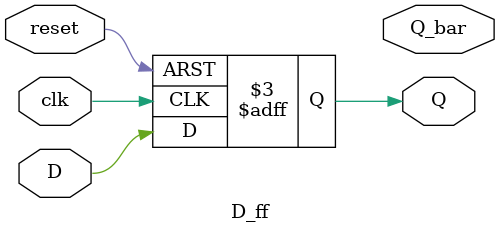
<source format=v>

module D_ff(output reg Q,Q_bar, input D,clk,reset);
	always@(posedge clk, negedge reset)
	begin
		if(~reset) Q<=1'b0;
		else Q<=D;
	end
endmodule

</source>
